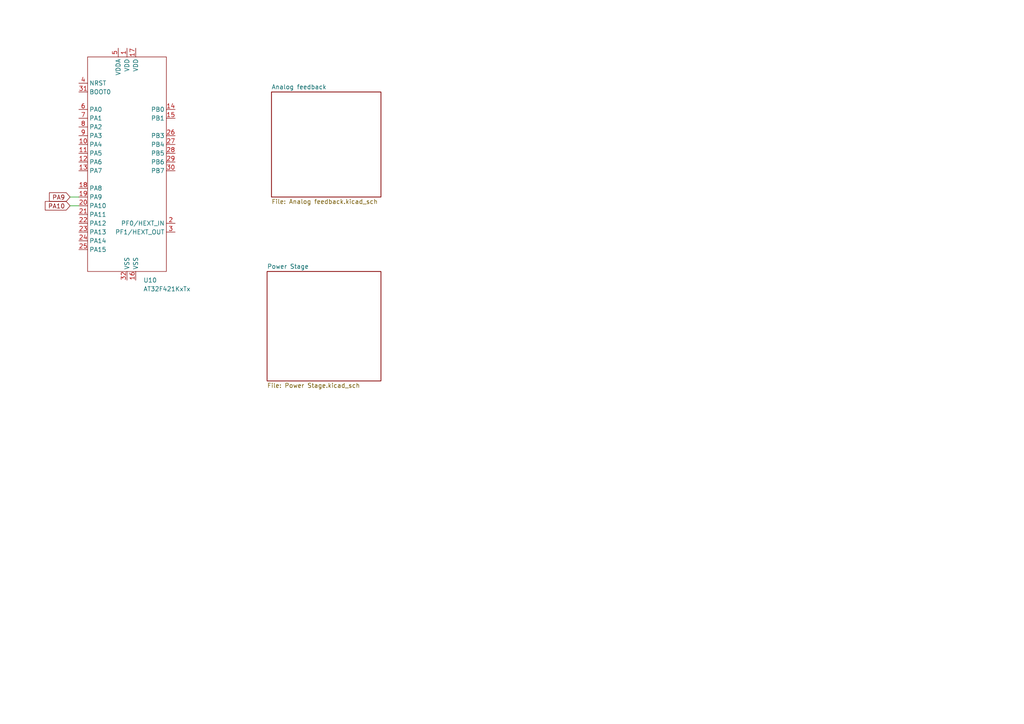
<source format=kicad_sch>
(kicad_sch (version 20231120) (generator "eeschema") (generator_version "8.0")
  (paper "A4")
  (lib_symbols
    (symbol "MCU_Artery_AT32F4:AT32F421KxTx"
      (property "Reference" "U" (at 0 0 0))
      (property "Value" "AT32F421KxTx" (at 0 13.97 0))
      (symbol "AT32F421KxTx_0_1"
        (rectangle (start -11.43 30.48) (end 11.43 -31.75))
      )
      (symbol "AT32F421KxTx_1_1"
        (pin power_in line (at 0 33.02 270) (length 2.54) (name "VDD") (number "1"))
        (pin bidirectional line (at -13.97 5.08 0) (length 2.54) (name "PA4") (number "10"))
        (pin bidirectional line (at -13.97 2.54 0) (length 2.54) (name "PA5") (number "11"))
        (pin bidirectional line (at -13.97 0 0) (length 2.54) (name "PA6") (number "12"))
        (pin bidirectional line (at -13.97 -2.54 0) (length 2.54) (name "PA7") (number "13"))
        (pin bidirectional line (at 13.97 15.24 180) (length 2.54) (name "PB0") (number "14"))
        (pin bidirectional line (at 13.97 12.7 180) (length 2.54) (name "PB1") (number "15"))
        (pin power_in line (at 2.54 -34.29 90) (length 2.54) (name "VSS") (number "16"))
        (pin power_in line (at 2.54 33.02 270) (length 2.54) (name "VDD") (number "17"))
        (pin bidirectional line (at -13.97 -7.62 0) (length 2.54) (name "PA8") (number "18"))
        (pin bidirectional line (at -13.97 -10.16 0) (length 2.54) (name "PA9") (number "19"))
        (pin bidirectional line (at 13.97 -17.78 180) (length 2.54) (name "PF0/HEXT_IN") (number "2"))
        (pin bidirectional line (at -13.97 -12.7 0) (length 2.54) (name "PA10") (number "20"))
        (pin bidirectional line (at -13.97 -15.24 0) (length 2.54) (name "PA11") (number "21"))
        (pin bidirectional line (at -13.97 -17.78 0) (length 2.54) (name "PA12") (number "22"))
        (pin bidirectional line (at -13.97 -20.32 0) (length 2.54) (name "PA13") (number "23"))
        (pin bidirectional line (at -13.97 -22.86 0) (length 2.54) (name "PA14") (number "24"))
        (pin bidirectional line (at -13.97 -25.4 0) (length 2.54) (name "PA15") (number "25"))
        (pin bidirectional line (at 13.97 7.62 180) (length 2.54) (name "PB3") (number "26"))
        (pin bidirectional line (at 13.97 5.08 180) (length 2.54) (name "PB4") (number "27"))
        (pin bidirectional line (at 13.97 2.54 180) (length 2.54) (name "PB5") (number "28"))
        (pin bidirectional line (at 13.97 0 180) (length 2.54) (name "PB6") (number "29"))
        (pin bidirectional line (at 13.97 -20.32 180) (length 2.54) (name "PF1/HEXT_OUT") (number "3"))
        (pin bidirectional line (at 13.97 -2.54 180) (length 2.54) (name "PB7") (number "30"))
        (pin input line (at -13.97 20.32 0) (length 2.54) (name "BOOT0") (number "31"))
        (pin power_in line (at 0 -34.29 90) (length 2.54) (name "VSS") (number "32"))
        (pin input line (at -13.97 22.86 0) (length 2.54) (name "NRST") (number "4"))
        (pin power_in line (at -2.54 33.02 270) (length 2.54) (name "VDDA") (number "5"))
        (pin bidirectional line (at -13.97 15.24 0) (length 2.54) (name "PA0") (number "6"))
        (pin bidirectional line (at -13.97 12.7 0) (length 2.54) (name "PA1") (number "7"))
        (pin bidirectional line (at -13.97 10.16 0) (length 2.54) (name "PA2") (number "8"))
        (pin bidirectional line (at -13.97 7.62 0) (length 2.54) (name "PA3") (number "9"))
      )
    )
  )
  (wire (pts (xy 20.32 59.69) (xy 22.86 59.69)))
  (wire (pts (xy 20.32 57.15) (xy 22.86 57.15)))
  (global_label "PA10" (shape input) (at 20.32 59.69 180) (property "Intersheetrefs" "${INTERSHEET_REFS}" (effects (hide yes))))
  (global_label "PA9" (shape input) (at 20.32 57.15 180) (property "Intersheetrefs" "${INTERSHEET_REFS}" (effects (hide yes))))
  (symbol (lib_id "MCU_Artery_AT32F4:AT32F421KxTx") (at 36.83 46.99 0) (unit 1)
    (property "Reference" "U10" (at 41.5641 81.28 0) (effects (justify left)))
    (property "Value" "AT32F421KxTx" (at 41.5641 83.82 0) (effects (justify left)))
    (property "Footprint" "Package_QFP:LQFP-32_7x7mm_P0.8mm" (effects (hide yes)))
    (property "Datasheet" "https://www.arterychip.com/download/DS/DS_AT32F421_V2.02_EN.pdf" (effects (hide yes)))
    (property "Description" "ARM®-based 32-bit Cortex®-M4 MCU with 16 KB to 64 KB Flash, sLib, 10 timers, 1 ADC, 1 CMP, 7 communication interfaces" (effects (hide yes)))
  )
  (sheet (at 78.74 26.67) (size 31.75 30.48) (stroke (width 0.1524))
    (property "Sheetname" "Analog feedback" (at 78.74 25.9584 0) (effects (justify left bottom)))
    (property "Sheetfile" "Analog feedback.kicad_sch" (at 78.74 57.7346 0) (effects (justify left top)))
  )
  (sheet (at 77.47 78.74) (size 33.02 31.75) (stroke (width 0.1524))
    (property "Sheetname" "Power Stage" (at 77.47 78.0284 0) (effects (justify left bottom)))
    (property "Sheetfile" "Power Stage.kicad_sch" (at 77.47 111.0746 0) (effects (justify left top)))
  )
)
</source>
